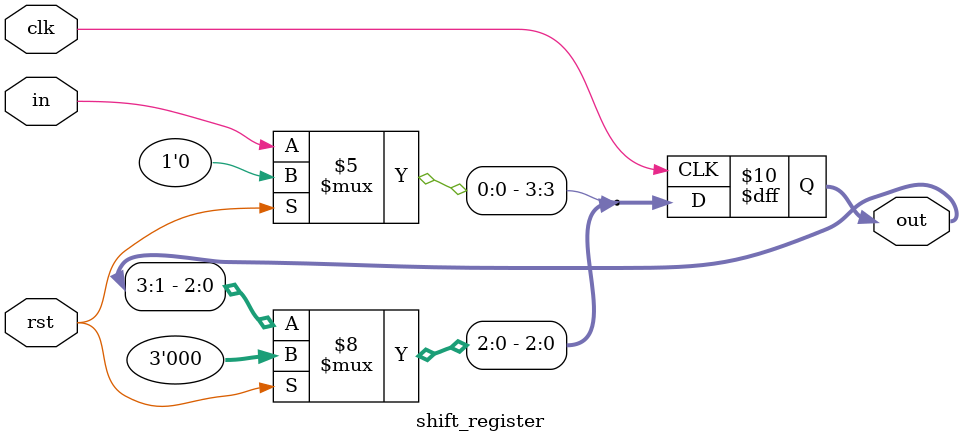
<source format=v>
`timescale 1ns / 1ps

module shift_register (
    input clk,
    input rst,
    input in,
    output reg [3:0] out
);

    always @(posedge clk) begin
        if (rst == 1'b1) begin
            out <= 4'b0000;
        end else begin
            out = out >> 1;
            out[3] = in;
        end
    end

endmodule

</source>
